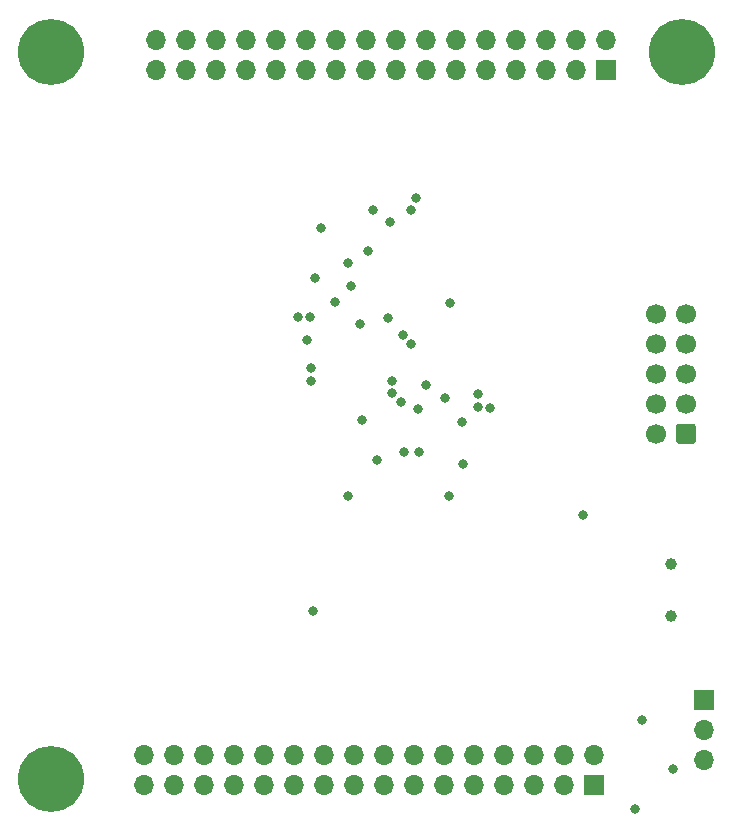
<source format=gbs>
%TF.GenerationSoftware,KiCad,Pcbnew,5.1.9+dfsg1-1+deb11u1*%
%TF.CreationDate,2023-02-15T23:18:43+01:00*%
%TF.ProjectId,STM32F4XX,53544d33-3246-4345-9858-2e6b69636164,0.4*%
%TF.SameCoordinates,Original*%
%TF.FileFunction,Soldermask,Bot*%
%TF.FilePolarity,Negative*%
%FSLAX46Y46*%
G04 Gerber Fmt 4.6, Leading zero omitted, Abs format (unit mm)*
G04 Created by KiCad (PCBNEW 5.1.9+dfsg1-1+deb11u1) date 2023-02-15 23:18:43*
%MOMM*%
%LPD*%
G01*
G04 APERTURE LIST*
%ADD10C,1.700000*%
%ADD11O,1.700000X1.700000*%
%ADD12R,1.700000X1.700000*%
%ADD13C,5.600000*%
%ADD14C,1.000000*%
%ADD15C,0.800000*%
G04 APERTURE END LIST*
D10*
%TO.C,J5*%
X171760000Y-81640000D03*
X171760000Y-84180000D03*
X171760000Y-86720000D03*
X171760000Y-89260000D03*
X171760000Y-91800000D03*
X174300000Y-81640000D03*
X174300000Y-84180000D03*
X174300000Y-86720000D03*
X174300000Y-89260000D03*
G36*
G01*
X175150000Y-91200000D02*
X175150000Y-92400000D01*
G75*
G02*
X174900000Y-92650000I-250000J0D01*
G01*
X173700000Y-92650000D01*
G75*
G02*
X173450000Y-92400000I0J250000D01*
G01*
X173450000Y-91200000D01*
G75*
G02*
X173700000Y-90950000I250000J0D01*
G01*
X174900000Y-90950000D01*
G75*
G02*
X175150000Y-91200000I0J-250000D01*
G01*
G37*
%TD*%
D11*
%TO.C,J1*%
X175800000Y-119380000D03*
X175800000Y-116840000D03*
D12*
X175800000Y-114300000D03*
%TD*%
D11*
%TO.C,J2*%
X128400000Y-118960000D03*
X128400000Y-121500000D03*
X130940000Y-118960000D03*
X130940000Y-121500000D03*
X133480000Y-118960000D03*
X133480000Y-121500000D03*
X136020000Y-118960000D03*
X136020000Y-121500000D03*
X138560000Y-118960000D03*
X138560000Y-121500000D03*
X141100000Y-118960000D03*
X141100000Y-121500000D03*
X143640000Y-118960000D03*
X143640000Y-121500000D03*
X146180000Y-118960000D03*
X146180000Y-121500000D03*
X148720000Y-118960000D03*
X148720000Y-121500000D03*
X151260000Y-118960000D03*
X151260000Y-121500000D03*
X153800000Y-118960000D03*
X153800000Y-121500000D03*
X156340000Y-118960000D03*
X156340000Y-121500000D03*
X158880000Y-118960000D03*
X158880000Y-121500000D03*
X161420000Y-118960000D03*
X161420000Y-121500000D03*
X163960000Y-118960000D03*
X163960000Y-121500000D03*
X166500000Y-118960000D03*
D12*
X166500000Y-121500000D03*
%TD*%
D11*
%TO.C,J4*%
X129400000Y-58420000D03*
X129400000Y-60960000D03*
X131940000Y-58420000D03*
X131940000Y-60960000D03*
X134480000Y-58420000D03*
X134480000Y-60960000D03*
X137020000Y-58420000D03*
X137020000Y-60960000D03*
X139560000Y-58420000D03*
X139560000Y-60960000D03*
X142100000Y-58420000D03*
X142100000Y-60960000D03*
X144640000Y-58420000D03*
X144640000Y-60960000D03*
X147180000Y-58420000D03*
X147180000Y-60960000D03*
X149720000Y-58420000D03*
X149720000Y-60960000D03*
X152260000Y-58420000D03*
X152260000Y-60960000D03*
X154800000Y-58420000D03*
X154800000Y-60960000D03*
X157340000Y-58420000D03*
X157340000Y-60960000D03*
X159880000Y-58420000D03*
X159880000Y-60960000D03*
X162420000Y-58420000D03*
X162420000Y-60960000D03*
X164960000Y-58420000D03*
X164960000Y-60960000D03*
X167500000Y-58420000D03*
D12*
X167500000Y-60960000D03*
%TD*%
D13*
%TO.C,H2*%
X120500000Y-59500000D03*
%TD*%
%TO.C,H1*%
X174000000Y-59500000D03*
%TD*%
%TO.C,H3*%
X120500000Y-121000000D03*
%TD*%
D14*
%TO.C,J3*%
X173000000Y-102800000D03*
X173000000Y-107200000D03*
%TD*%
D15*
X154241900Y-97102700D03*
X145679400Y-97103300D03*
X142901000Y-78585300D03*
X155460600Y-94390300D03*
X145929800Y-79259700D03*
X146900000Y-90619600D03*
X148140400Y-93993400D03*
X165550000Y-98650000D03*
X170550000Y-116050000D03*
X169950000Y-123600000D03*
X173211100Y-120211100D03*
X142701800Y-106783700D03*
X142199500Y-83829600D03*
X141454200Y-81939300D03*
X142456300Y-81915600D03*
X149101300Y-82026300D03*
X154342500Y-80738400D03*
X157704300Y-89574600D03*
X150352700Y-83464200D03*
X151060200Y-84171600D03*
X150150000Y-89120600D03*
X149400000Y-88368200D03*
X146676400Y-82508000D03*
X143440000Y-74417400D03*
X142574400Y-87326300D03*
X144580600Y-80634800D03*
X142587400Y-86228600D03*
X145663300Y-77326600D03*
X150400000Y-93379700D03*
X149386800Y-87312600D03*
X151637100Y-89665500D03*
X149267500Y-73883400D03*
X151026000Y-72847700D03*
X152262700Y-87673900D03*
X147400000Y-76351300D03*
X147810000Y-72857100D03*
X151476300Y-71847300D03*
X151708800Y-93382800D03*
X155325000Y-90829500D03*
X156703900Y-89539300D03*
X153939400Y-88733000D03*
X156711000Y-88424000D03*
M02*

</source>
